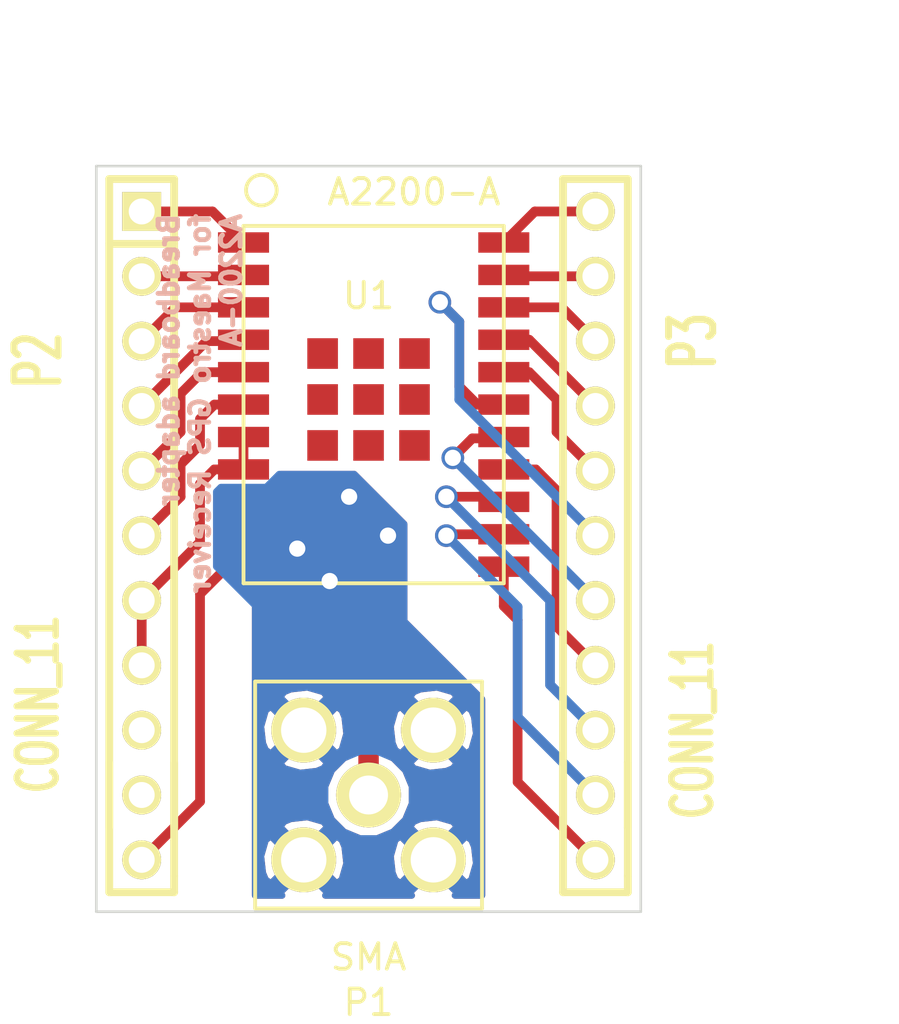
<source format=kicad_pcb>
(kicad_pcb (version 3) (host pcbnew "(2013-07-07 BZR 4022)-stable")

  (general
    (links 26)
    (no_connects 1)
    (area 20.406179 14.930001 65.709714 54.804)
    (thickness 1.6)
    (drawings 8)
    (tracks 83)
    (zones 0)
    (modules 4)
    (nets 22)
  )

  (page USLetter)
  (title_block 
    (title "Breadboard Adapter for A2200-A GPS Receiver")
    (rev 1)
  )

  (layers
    (15 F.Cu signal)
    (0 B.Cu signal)
    (16 B.Adhes user)
    (17 F.Adhes user)
    (18 B.Paste user)
    (19 F.Paste user)
    (20 B.SilkS user)
    (21 F.SilkS user)
    (22 B.Mask user)
    (23 F.Mask user)
    (24 Dwgs.User user)
    (25 Cmts.User user)
    (26 Eco1.User user)
    (27 Eco2.User user)
    (28 Edge.Cuts user)
  )

  (setup
    (last_trace_width 0.381)
    (user_trace_width 2.88)
    (user_trace_width 3)
    (trace_clearance 0.3556)
    (zone_clearance 0.3048)
    (zone_45_only yes)
    (trace_min 0.01)
    (segment_width 0.2)
    (edge_width 0.1)
    (via_size 0.889)
    (via_drill 0.635)
    (via_min_size 0.5)
    (via_min_drill 0.508)
    (uvia_size 0.508)
    (uvia_drill 0.127)
    (uvias_allowed no)
    (uvia_min_size 0.4)
    (uvia_min_drill 0.127)
    (pcb_text_width 0.3)
    (pcb_text_size 1.5 1.5)
    (mod_edge_width 0.15)
    (mod_text_size 1 1)
    (mod_text_width 0.15)
    (pad_size 1.524 1.524)
    (pad_drill 1.016)
    (pad_to_mask_clearance 0)
    (aux_axis_origin 30.48 20.32)
    (visible_elements 7FFE7FFF)
    (pcbplotparams
      (layerselection 3178497)
      (usegerberextensions true)
      (excludeedgelayer true)
      (linewidth 0.150000)
      (plotframeref false)
      (viasonmask false)
      (mode 1)
      (useauxorigin false)
      (hpglpennumber 1)
      (hpglpenspeed 20)
      (hpglpendiameter 15)
      (hpglpenoverlay 2)
      (psnegative false)
      (psa4output false)
      (plotreference true)
      (plotvalue true)
      (plotothertext true)
      (plotinvisibletext false)
      (padsonsilk false)
      (subtractmaskfromsilk false)
      (outputformat 1)
      (mirror false)
      (drillshape 1)
      (scaleselection 1)
      (outputdirectory ""))
  )

  (net 0 "")
  (net 1 ANT_GND)
  (net 2 ANT_IN)
  (net 3 ExtInt)
  (net 4 "ExtInt/GPIO 8")
  (net 5 GND)
  (net 6 "GPIO 3")
  (net 7 "GPIO 6")
  (net 8 "GPIO 7")
  (net 9 GPIO2)
  (net 10 I2C_CLK)
  (net 11 "I2C_DI 0")
  (net 12 NC)
  (net 13 ON/OFF)
  (net 14 "RX 0")
  (net 15 "TM/GPIO 5")
  (net 16 "TX 0")
  (net 17 VANT)
  (net 18 Vcc3.3V)
  (net 19 Vout)
  (net 20 WAKEUP)
  (net 21 nRST)

  (net_class Default "This is the default net class."
    (clearance 0.3556)
    (trace_width 0.381)
    (via_dia 0.889)
    (via_drill 0.635)
    (uvia_dia 0.508)
    (uvia_drill 0.127)
    (add_net "")
    (add_net ANT_IN)
    (add_net ExtInt)
    (add_net "ExtInt/GPIO 8")
    (add_net GND)
    (add_net "GPIO 3")
    (add_net "GPIO 6")
    (add_net "GPIO 7")
    (add_net GPIO2)
    (add_net I2C_CLK)
    (add_net "I2C_DI 0")
    (add_net NC)
    (add_net ON/OFF)
    (add_net "RX 0")
    (add_net "TM/GPIO 5")
    (add_net "TX 0")
    (add_net Vcc3.3V)
    (add_net Vout)
    (add_net WAKEUP)
    (add_net nRST)
  )

  (net_class ANT_GND ""
    (clearance 0.2032)
    (trace_width 3.048)
    (via_dia 0.889)
    (via_drill 0.635)
    (uvia_dia 0.508)
    (uvia_drill 0.127)
  )

  (net_class VANT ""
    (clearance 0.2032)
    (trace_width 0.8)
    (via_dia 0.889)
    (via_drill 0.635)
    (uvia_dia 0.508)
    (uvia_drill 0.127)
    (add_net VANT)
  )

  (net_class temp ""
    (clearance 0.381)
    (trace_width 0.381)
    (via_dia 0.889)
    (via_drill 0.635)
    (uvia_dia 0.508)
    (uvia_drill 0.127)
    (add_net ANT_GND)
  )

  (module SIL-11 (layer F.Cu) (tedit 5318695F) (tstamp 53182113)
    (at 50.8 35.56 270)
    (descr "Connecteur 11 pins")
    (tags "CONN DEV")
    (path /53181C3F)
    (fp_text reference P3 (at -7.62 -3.81 270) (layer F.SilkS)
      (effects (font (size 1.72974 1.08712) (thickness 0.27178)))
    )
    (fp_text value CONN_11 (at 7.62 -3.81 270) (layer F.SilkS)
      (effects (font (size 1.524 1.016) (thickness 0.3048)))
    )
    (fp_line (start -13.97 1.27) (end -13.97 1.27) (layer F.SilkS) (width 0.3048))
    (fp_line (start -13.97 1.27) (end -13.97 -1.27) (layer F.SilkS) (width 0.3048))
    (fp_line (start -13.97 -1.27) (end 11.43 -1.27) (layer F.SilkS) (width 0.3048))
    (fp_line (start 11.43 1.27) (end -13.97 1.27) (layer F.SilkS) (width 0.3048))
    (fp_line (start 8.89 -1.27) (end 13.335 -1.27) (layer F.SilkS) (width 0.3048))
    (fp_line (start 13.335 -1.27) (end 13.97 -1.27) (layer F.SilkS) (width 0.3048))
    (fp_line (start 13.97 -1.27) (end 13.97 1.27) (layer F.SilkS) (width 0.3048))
    (fp_line (start 13.97 1.27) (end 8.89 1.27) (layer F.SilkS) (width 0.3048))
    (pad 1 thru_hole circle (at -12.7 0 270) (size 1.524 1.524) (drill 1.016)
      (layers *.Cu *.Mask F.SilkS)
      (net 21 nRST)
    )
    (pad 2 thru_hole circle (at -10.16 0 270) (size 1.524 1.524) (drill 1.016)
      (layers *.Cu *.Mask F.SilkS)
      (net 12 NC)
    )
    (pad 3 thru_hole circle (at -7.62 0 270) (size 1.524 1.524) (drill 1.016)
      (layers *.Cu *.Mask F.SilkS)
      (net 18 Vcc3.3V)
    )
    (pad 4 thru_hole circle (at -5.08 0 270) (size 1.524 1.524) (drill 1.016)
      (layers *.Cu *.Mask F.SilkS)
      (net 20 WAKEUP)
    )
    (pad 5 thru_hole circle (at -2.54 0 270) (size 1.524 1.524) (drill 1.016)
      (layers *.Cu *.Mask F.SilkS)
      (net 8 "GPIO 7")
    )
    (pad 6 thru_hole circle (at 0 0 270) (size 1.524 1.524) (drill 1.016)
      (layers *.Cu *.Mask F.SilkS)
      (net 7 "GPIO 6")
    )
    (pad 7 thru_hole circle (at 2.54 0 270) (size 1.524 1.524) (drill 1.016)
      (layers *.Cu *.Mask F.SilkS)
      (net 11 "I2C_DI 0")
    )
    (pad 8 thru_hole circle (at 5.08 0 270) (size 1.524 1.524) (drill 1.016)
      (layers *.Cu *.Mask F.SilkS)
      (net 10 I2C_CLK)
    )
    (pad 9 thru_hole circle (at 7.62 0 270) (size 1.524 1.524) (drill 1.016)
      (layers *.Cu *.Mask F.SilkS)
      (net 15 "TM/GPIO 5")
    )
    (pad 10 thru_hole circle (at 10.16 0 270) (size 1.524 1.524) (drill 1.016)
      (layers *.Cu *.Mask F.SilkS)
      (net 3 ExtInt)
    )
    (pad 11 thru_hole circle (at 12.7 0 270) (size 1.524 1.524) (drill 1.016)
      (layers *.Cu *.Mask F.SilkS)
      (net 6 "GPIO 3")
    )
  )

  (module SIL-11 (layer F.Cu) (tedit 53186939) (tstamp 531820FB)
    (at 33.02 35.56 270)
    (descr "Connecteur 11 pins")
    (tags "CONN DEV")
    (path /531811A6)
    (fp_text reference P2 (at -6.858 4.064 270) (layer F.SilkS)
      (effects (font (size 1.72974 1.08712) (thickness 0.27178)))
    )
    (fp_text value CONN_11 (at 6.604 4.064 270) (layer F.SilkS)
      (effects (font (size 1.524 1.016) (thickness 0.3048)))
    )
    (fp_line (start -13.97 1.27) (end -13.97 1.27) (layer F.SilkS) (width 0.3048))
    (fp_line (start -13.97 1.27) (end -13.97 -1.27) (layer F.SilkS) (width 0.3048))
    (fp_line (start -13.97 -1.27) (end 11.43 -1.27) (layer F.SilkS) (width 0.3048))
    (fp_line (start 11.43 1.27) (end -13.97 1.27) (layer F.SilkS) (width 0.3048))
    (fp_line (start -11.43 1.27) (end -11.43 -1.27) (layer F.SilkS) (width 0.3048))
    (fp_line (start 8.89 -1.27) (end 13.335 -1.27) (layer F.SilkS) (width 0.3048))
    (fp_line (start 13.335 -1.27) (end 13.97 -1.27) (layer F.SilkS) (width 0.3048))
    (fp_line (start 13.97 -1.27) (end 13.97 1.27) (layer F.SilkS) (width 0.3048))
    (fp_line (start 13.97 1.27) (end 8.89 1.27) (layer F.SilkS) (width 0.3048))
    (pad 1 thru_hole rect (at -12.7 0 270) (size 1.524 1.524) (drill 1.016)
      (layers *.Cu *.Mask F.SilkS)
      (net 9 GPIO2)
    )
    (pad 2 thru_hole circle (at -10.16 0 270) (size 1.524 1.524) (drill 1.016)
      (layers *.Cu *.Mask F.SilkS)
      (net 19 Vout)
    )
    (pad 3 thru_hole circle (at -7.62 0 270) (size 1.524 1.524) (drill 1.016)
      (layers *.Cu *.Mask F.SilkS)
      (net 16 "TX 0")
    )
    (pad 4 thru_hole circle (at -5.08 0 270) (size 1.524 1.524) (drill 1.016)
      (layers *.Cu *.Mask F.SilkS)
      (net 14 "RX 0")
    )
    (pad 5 thru_hole circle (at -2.54 0 270) (size 1.524 1.524) (drill 1.016)
      (layers *.Cu *.Mask F.SilkS)
      (net 4 "ExtInt/GPIO 8")
    )
    (pad 6 thru_hole circle (at 0 0 270) (size 1.524 1.524) (drill 1.016)
      (layers *.Cu *.Mask F.SilkS)
      (net 13 ON/OFF)
    )
    (pad 7 thru_hole circle (at 2.54 0 270) (size 1.524 1.524) (drill 1.016)
      (layers *.Cu *.Mask F.SilkS)
      (net 5 GND)
    )
    (pad 8 thru_hole circle (at 5.08 0 270) (size 1.524 1.524) (drill 1.016)
      (layers *.Cu *.Mask F.SilkS)
      (net 5 GND)
    )
    (pad 9 thru_hole circle (at 7.62 0 270) (size 1.524 1.524) (drill 1.016)
      (layers *.Cu *.Mask F.SilkS)
    )
    (pad 10 thru_hole circle (at 10.16 0 270) (size 1.524 1.524) (drill 1.016)
      (layers *.Cu *.Mask F.SilkS)
    )
    (pad 11 thru_hole circle (at 12.7 0 270) (size 1.524 1.524) (drill 1.016)
      (layers *.Cu *.Mask F.SilkS)
      (net 2 ANT_IN)
    )
  )

  (module A2200-A (layer F.Cu) (tedit 5318520E) (tstamp 53183B39)
    (at 41.91 30.226)
    (tags "GPS Receiver A2200-A")
    (path /53181C63)
    (fp_text reference U1 (at 0 -4.064) (layer F.SilkS)
      (effects (font (size 1 1) (thickness 0.15)))
    )
    (fp_text value A2200-A (at 1.778 -8.128) (layer F.SilkS)
      (effects (font (size 1 1) (thickness 0.15)))
    )
    (fp_circle (center -4.2 -8.2) (end -4.8 -8.2) (layer F.SilkS) (width 0.15))
    (fp_line (start 5.3 -6.8) (end 5.3 7.2) (layer F.SilkS) (width 0.15))
    (fp_line (start -4.9 -6.8) (end 5.3 -6.8) (layer F.SilkS) (width 0.15))
    (fp_line (start -4.9 -6.8) (end -4.9 7.2) (layer F.SilkS) (width 0.15))
    (fp_line (start -4.9 7.2) (end 5.3 7.2) (layer F.SilkS) (width 0.15))
    (pad 1 smd rect (at -4.9 -6.15) (size 2 0.8)
      (layers F.Cu F.Paste F.Mask)
      (net 9 GPIO2)
    )
    (pad 2 smd rect (at -4.9 -4.88) (size 2 0.8)
      (layers F.Cu F.Paste F.Mask)
      (net 19 Vout)
    )
    (pad 3 smd rect (at -4.9 -3.61) (size 2 0.8)
      (layers F.Cu F.Paste F.Mask)
      (net 16 "TX 0")
    )
    (pad 4 smd rect (at -4.9 -2.34) (size 2 0.8)
      (layers F.Cu F.Paste F.Mask)
      (net 14 "RX 0")
    )
    (pad 5 smd rect (at -4.9 -1.07) (size 2 0.8)
      (layers F.Cu F.Paste F.Mask)
      (net 4 "ExtInt/GPIO 8")
    )
    (pad 6 smd rect (at -4.9 0.2) (size 2 0.8)
      (layers F.Cu F.Paste F.Mask)
      (net 13 ON/OFF)
    )
    (pad 7 smd rect (at -4.9 1.47) (size 2 0.8)
      (layers F.Cu F.Paste F.Mask)
      (net 5 GND)
    )
    (pad 8 smd rect (at -4.9 2.74) (size 2 0.8)
      (layers F.Cu F.Paste F.Mask)
      (net 5 GND)
    )
    (pad 9 smd rect (at -4.9 4.01) (size 2 0.8)
      (layers F.Cu F.Paste F.Mask)
      (net 17 VANT)
    )
    (pad 10 smd rect (at -4.9 5.28) (size 2 0.8)
      (layers F.Cu F.Paste F.Mask)
      (net 1 ANT_GND)
    )
    (pad 11 smd rect (at -4.9 6.55) (size 2 0.8)
      (layers F.Cu F.Paste F.Mask)
      (net 2 ANT_IN)
    )
    (pad 12 smd rect (at 5.3 6.55) (size 2 0.8)
      (layers F.Cu F.Paste F.Mask)
      (net 6 "GPIO 3")
    )
    (pad 13 smd rect (at 5.3 5.28) (size 2 0.8)
      (layers F.Cu F.Paste F.Mask)
      (net 3 ExtInt)
    )
    (pad 14 smd rect (at 5.3 4.01) (size 2 0.8)
      (layers F.Cu F.Paste F.Mask)
      (net 15 "TM/GPIO 5")
    )
    (pad 15 smd rect (at 5.3 2.74) (size 2 0.8)
      (layers F.Cu F.Paste F.Mask)
      (net 10 I2C_CLK)
    )
    (pad 16 smd rect (at 5.3 1.47) (size 2 0.8)
      (layers F.Cu F.Paste F.Mask)
      (net 11 "I2C_DI 0")
    )
    (pad 17 smd rect (at 5.3 0.2) (size 2 0.8)
      (layers F.Cu F.Paste F.Mask)
      (net 7 "GPIO 6")
    )
    (pad 18 smd rect (at 5.3 -1.07) (size 2 0.8)
      (layers F.Cu F.Paste F.Mask)
      (net 8 "GPIO 7")
    )
    (pad 19 smd rect (at 5.3 -2.34) (size 2 0.8)
      (layers F.Cu F.Paste F.Mask)
      (net 20 WAKEUP)
    )
    (pad 20 smd rect (at 5.3 -3.61) (size 2 0.8)
      (layers F.Cu F.Paste F.Mask)
      (net 18 Vcc3.3V)
    )
    (pad 21 smd rect (at 5.3 -4.88) (size 2 0.8)
      (layers F.Cu F.Paste F.Mask)
      (net 12 NC)
    )
    (pad 22 smd rect (at 5.3 -6.15) (size 2 0.8)
      (layers F.Cu F.Paste F.Mask)
      (net 21 nRST)
    )
    (pad 23 smd rect (at -1.8 -1.8) (size 1.2 1.2)
      (layers F.Cu F.Paste F.Mask)
    )
    (pad 24 smd rect (at -1.8 0) (size 1.2 1.2)
      (layers F.Cu F.Paste F.Mask)
    )
    (pad 25 smd rect (at -1.8 1.8) (size 1.2 1.2)
      (layers F.Cu F.Paste F.Mask)
    )
    (pad 26 smd rect (at 0 -1.8) (size 1.2 1.2)
      (layers F.Cu F.Paste F.Mask)
    )
    (pad 27 smd rect (at 0 0) (size 1.2 1.2)
      (layers F.Cu F.Paste F.Mask)
    )
    (pad 29 smd rect (at 0 1.8) (size 1.2 1.2)
      (layers F.Cu F.Paste F.Mask)
    )
    (pad 30 smd rect (at 1.8 -1.8) (size 1.2 1.2)
      (layers F.Cu F.Paste F.Mask)
    )
    (pad 31 smd rect (at 1.8 0) (size 1.2 1.2)
      (layers F.Cu F.Paste F.Mask)
    )
    (pad 32 smd rect (at 1.8 1.8) (size 1.2 1.2)
      (layers F.Cu F.Paste F.Mask)
    )
  )

  (module SMA_Vertical (layer F.Cu) (tedit 531852B1) (tstamp 53183203)
    (at 41.91 45.72)
    (tags "Amphenol Connex 132134")
    (path /53181CF3)
    (fp_text reference P1 (at 0 8.128) (layer F.SilkS)
      (effects (font (size 1 1) (thickness 0.15)))
    )
    (fp_text value SMA (at 0 6.35) (layer F.SilkS)
      (effects (font (size 1 1) (thickness 0.15)))
    )
    (fp_line (start -4.445 -4.445) (end -4.445 4.445) (layer F.SilkS) (width 0.15))
    (fp_line (start -4.445 4.445) (end 4.445 4.445) (layer F.SilkS) (width 0.15))
    (fp_line (start 4.445 4.445) (end 4.445 -4.445) (layer F.SilkS) (width 0.15))
    (fp_line (start 4.445 -4.445) (end -4.445 -4.445) (layer F.SilkS) (width 0.15))
    (pad 1 thru_hole circle (at 0 0) (size 2.54 2.54) (drill 1.524)
      (layers *.Cu *.Mask F.SilkS)
      (net 17 VANT)
    )
    (pad 2 thru_hole circle (at -2.54 -2.54) (size 2.54 2.54) (drill 1.778)
      (layers *.Cu *.Mask F.SilkS)
      (net 1 ANT_GND)
    )
    (pad 2 thru_hole circle (at 2.54 -2.54) (size 2.54 2.54) (drill 1.778)
      (layers *.Cu *.Mask F.SilkS)
      (net 1 ANT_GND)
    )
    (pad 2 thru_hole circle (at 2.54 2.54) (size 2.54 2.54) (drill 1.778)
      (layers *.Cu *.Mask F.SilkS)
      (net 1 ANT_GND)
    )
    (pad 2 thru_hole circle (at -2.54 2.54) (size 2.54 2.54) (drill 1.778)
      (layers *.Cu *.Mask F.SilkS)
      (net 1 ANT_GND)
    )
  )

  (dimension 25.4 (width 0.3) (layer Cmts.User)
    (gr_text "1.0000 in" (at 60.023999 35.56 270) (layer Cmts.User)
      (effects (font (size 1.5 1.5) (thickness 0.3)))
    )
    (feature1 (pts (xy 50.8 48.26) (xy 61.373999 48.26)))
    (feature2 (pts (xy 50.8 22.86) (xy 61.373999 22.86)))
    (crossbar (pts (xy 58.673999 22.86) (xy 58.673999 48.26)))
    (arrow1a (pts (xy 58.673999 48.26) (xy 58.087579 47.133497)))
    (arrow1b (pts (xy 58.673999 48.26) (xy 59.260419 47.133497)))
    (arrow2a (pts (xy 58.673999 22.86) (xy 58.087579 23.986503)))
    (arrow2b (pts (xy 58.673999 22.86) (xy 59.260419 23.986503)))
  )
  (dimension 17.78 (width 0.3) (layer Cmts.User)
    (gr_text "0.7000 in" (at 41.91 16.430001) (layer Cmts.User)
      (effects (font (size 1.5 1.5) (thickness 0.3)))
    )
    (feature1 (pts (xy 50.8 22.86) (xy 50.8 15.080001)))
    (feature2 (pts (xy 33.02 22.86) (xy 33.02 15.080001)))
    (crossbar (pts (xy 33.02 17.780001) (xy 50.8 17.780001)))
    (arrow1a (pts (xy 50.8 17.780001) (xy 49.673497 18.366421)))
    (arrow1b (pts (xy 50.8 17.780001) (xy 49.673497 17.193581)))
    (arrow2a (pts (xy 33.02 17.780001) (xy 34.146503 18.366421)))
    (arrow2b (pts (xy 33.02 17.780001) (xy 34.146503 17.193581)))
  )
  (gr_text "Breadboard adapter\nfor Maestro GPS Receiver\nA2200-A" (at 35.306 22.86 90) (layer B.SilkS)
    (effects (font (size 0.762 0.762) (thickness 0.1905)) (justify left mirror))
  )
  (gr_text A2200-A (at 43.688 22.098) (layer F.SilkS)
    (effects (font (size 1 1) (thickness 0.15)))
  )
  (gr_line (start 52.578 21.082) (end 31.242 21.082) (angle 90) (layer Edge.Cuts) (width 0.1))
  (gr_line (start 52.578 50.292) (end 31.242 50.292) (angle 90) (layer Edge.Cuts) (width 0.1))
  (gr_line (start 52.578 21.082) (end 52.578 50.292) (angle 90) (layer Edge.Cuts) (width 0.1))
  (gr_line (start 31.242 50.292) (end 31.242 21.082) (angle 90) (layer Edge.Cuts) (width 0.1))

  (via (at 40.386 37.338) (size 0.889) (layers F.Cu B.Cu) (net 1))
  (via (at 42.672 35.56) (size 0.889) (layers F.Cu B.Cu) (net 1))
  (via (at 41.148 34.036) (size 0.889) (layers F.Cu B.Cu) (net 1))
  (via (at 39.116 36.068) (size 0.889) (layers F.Cu B.Cu) (net 1))
  (segment (start 33.02 48.26) (end 35.306 45.974) (width 0.381) (layer F.Cu) (net 2))
  (segment (start 36.376 36.776) (end 37.01 36.776) (width 0.381) (layer F.Cu) (net 2) (tstamp 53185836))
  (segment (start 35.306 37.846) (end 36.376 36.776) (width 0.381) (layer F.Cu) (net 2) (tstamp 53185829))
  (segment (start 35.306 45.974) (end 35.306 37.846) (width 0.381) (layer F.Cu) (net 2) (tstamp 53185820))
  (segment (start 50.8 45.72) (end 47.752 42.672) (width 0.381) (layer B.Cu) (net 3))
  (segment (start 45.012 35.506) (end 47.21 35.506) (width 0.381) (layer F.Cu) (net 3) (tstamp 531858E4) (status 800000))
  (segment (start 44.958 35.56) (end 45.012 35.506) (width 0.381) (layer F.Cu) (net 3) (tstamp 531858E3))
  (via (at 44.958 35.56) (size 0.889) (layers F.Cu B.Cu) (net 3))
  (segment (start 47.752 38.354) (end 44.958 35.56) (width 0.381) (layer B.Cu) (net 3) (tstamp 531858DB))
  (segment (start 47.752 42.672) (end 47.752 38.354) (width 0.381) (layer B.Cu) (net 3) (tstamp 531858D3))
  (segment (start 37.01 29.156) (end 35.385712 29.156) (width 0.381) (layer F.Cu) (net 4))
  (segment (start 34.544 31.496) (end 33.02 33.02) (width 0.381) (layer F.Cu) (net 4) (tstamp 53186B59))
  (segment (start 34.544 29.997712) (end 34.544 31.496) (width 0.381) (layer F.Cu) (net 4) (tstamp 53186B51))
  (segment (start 35.385712 29.156) (end 34.544 29.997712) (width 0.381) (layer F.Cu) (net 4) (tstamp 53186B4E))
  (segment (start 37.01 32.966) (end 37.01 31.696) (width 0.381) (layer F.Cu) (net 5))
  (segment (start 33.02 40.64) (end 33.02 38.1) (width 0.381) (layer F.Cu) (net 5))
  (segment (start 33.02 38.1) (end 35.306 35.813998) (width 0.381) (layer F.Cu) (net 5) (tstamp 53185804))
  (segment (start 35.306 35.813998) (end 35.306 33.527998) (width 0.381) (layer F.Cu) (net 5) (tstamp 53185805))
  (segment (start 35.306 33.527998) (end 35.868 32.966) (width 0.381) (layer F.Cu) (net 5) (tstamp 5318580C))
  (segment (start 35.868 32.966) (end 37.01 32.966) (width 0.381) (layer F.Cu) (net 5) (tstamp 5318580E))
  (segment (start 47.21 36.776) (end 47.21 38.32) (width 0.381) (layer F.Cu) (net 6))
  (segment (start 47.752 45.212) (end 50.8 48.26) (width 0.381) (layer F.Cu) (net 6) (tstamp 53185894))
  (segment (start 47.752 38.862) (end 47.752 45.212) (width 0.381) (layer F.Cu) (net 6) (tstamp 53185890))
  (segment (start 47.21 38.32) (end 47.752 38.862) (width 0.381) (layer F.Cu) (net 6) (tstamp 5318588C))
  (segment (start 50.8 35.56) (end 45.466 30.226) (width 0.381) (layer B.Cu) (net 7))
  (segment (start 46.174 30.426) (end 47.21 30.426) (width 0.381) (layer F.Cu) (net 7) (tstamp 531859FF))
  (segment (start 45.466 29.718) (end 46.174 30.426) (width 0.381) (layer F.Cu) (net 7) (tstamp 531859FD))
  (segment (start 45.466 27.178) (end 45.466 29.718) (width 0.381) (layer F.Cu) (net 7) (tstamp 531859FC))
  (segment (start 44.704 26.416) (end 45.466 27.178) (width 0.381) (layer F.Cu) (net 7) (tstamp 531859FB))
  (via (at 44.704 26.416) (size 0.889) (layers F.Cu B.Cu) (net 7))
  (segment (start 45.466 27.178) (end 44.704 26.416) (width 0.381) (layer B.Cu) (net 7) (tstamp 531859F6))
  (segment (start 45.466 30.226) (end 45.466 27.178) (width 0.381) (layer B.Cu) (net 7) (tstamp 531859E5))
  (segment (start 47.21 29.156) (end 48.206 29.156) (width 0.381) (layer F.Cu) (net 8))
  (segment (start 49.276 31.496) (end 50.8 33.02) (width 0.381) (layer F.Cu) (net 8) (tstamp 53185868))
  (segment (start 49.276 30.226) (end 49.276 31.496) (width 0.381) (layer F.Cu) (net 8) (tstamp 53185866))
  (segment (start 48.206 29.156) (end 49.276 30.226) (width 0.381) (layer F.Cu) (net 8) (tstamp 53185859))
  (segment (start 33.02 22.86) (end 35.794 22.86) (width 0.381) (layer F.Cu) (net 9))
  (segment (start 35.794 22.86) (end 37.01 24.076) (width 0.381) (layer F.Cu) (net 9) (tstamp 53186B78))
  (segment (start 49.276 38.1) (end 49.276 33.782) (width 0.381) (layer F.Cu) (net 10))
  (segment (start 49.276 39.116) (end 49.276 38.1) (width 0.381) (layer F.Cu) (net 10) (tstamp 5318591C))
  (segment (start 50.8 40.64) (end 49.276 39.116) (width 0.381) (layer F.Cu) (net 10))
  (segment (start 48.46 32.966) (end 47.21 32.966) (width 0.381) (layer F.Cu) (net 10) (tstamp 53185938))
  (segment (start 49.276 33.782) (end 48.46 32.966) (width 0.381) (layer F.Cu) (net 10) (tstamp 53185935))
  (segment (start 50.8 38.1) (end 45.212 32.512) (width 0.381) (layer B.Cu) (net 11))
  (segment (start 47.156 31.75) (end 47.21 31.696) (width 0.381) (layer F.Cu) (net 11) (tstamp 531859D3))
  (segment (start 45.974 31.75) (end 47.156 31.75) (width 0.381) (layer F.Cu) (net 11) (tstamp 531859CD))
  (segment (start 45.212 32.512) (end 45.974 31.75) (width 0.381) (layer F.Cu) (net 11) (tstamp 531859CC))
  (via (at 45.212 32.512) (size 0.889) (layers F.Cu B.Cu) (net 11))
  (segment (start 50.8 25.4) (end 47.264 25.4) (width 0.381) (layer F.Cu) (net 12))
  (segment (start 47.264 25.4) (end 47.21 25.346) (width 0.381) (layer F.Cu) (net 12) (tstamp 53185A0A))
  (segment (start 50.746 25.346) (end 50.8 25.4) (width 0.381) (layer F.Cu) (net 12) (tstamp 5318584F))
  (segment (start 37.01 30.426) (end 35.868 30.426) (width 0.381) (layer F.Cu) (net 13))
  (segment (start 34.544 34.036) (end 33.02 35.56) (width 0.381) (layer F.Cu) (net 13) (tstamp 53186B6A))
  (segment (start 34.544 32.766) (end 34.544 34.036) (width 0.381) (layer F.Cu) (net 13) (tstamp 53186B68))
  (segment (start 35.306 32.004) (end 34.544 32.766) (width 0.381) (layer F.Cu) (net 13) (tstamp 53186B66))
  (segment (start 35.306 30.988) (end 35.306 32.004) (width 0.381) (layer F.Cu) (net 13) (tstamp 53186B65))
  (segment (start 35.868 30.426) (end 35.306 30.988) (width 0.381) (layer F.Cu) (net 13) (tstamp 53186B5E))
  (segment (start 33.02 30.48) (end 35.56 27.94) (width 0.381) (layer F.Cu) (net 14))
  (segment (start 35.56 27.94) (end 36.956 27.94) (width 0.381) (layer F.Cu) (net 14) (tstamp 53186A29))
  (segment (start 36.956 27.94) (end 37.01 27.886) (width 0.381) (layer F.Cu) (net 14) (tstamp 53186A2E))
  (segment (start 44.958 34.036) (end 47.01 34.036) (width 0.381) (layer F.Cu) (net 15))
  (segment (start 47.01 34.036) (end 47.21 34.236) (width 0.381) (layer F.Cu) (net 15) (tstamp 53187D99))
  (segment (start 50.8 43.18) (end 49.022 41.402) (width 0.381) (layer B.Cu) (net 15))
  (via (at 44.958 34.036) (size 0.889) (layers F.Cu B.Cu) (net 15))
  (segment (start 49.022 38.1) (end 44.958 34.036) (width 0.381) (layer B.Cu) (net 15) (tstamp 531858F0))
  (segment (start 49.022 41.402) (end 49.022 38.1) (width 0.381) (layer B.Cu) (net 15) (tstamp 531858ED))
  (segment (start 37.01 26.616) (end 34.344 26.616) (width 0.381) (layer F.Cu) (net 16))
  (segment (start 34.344 26.616) (end 33.02 27.94) (width 0.381) (layer F.Cu) (net 16) (tstamp 53186B85))
  (segment (start 41.91 45.72) (end 41.91 36.83) (width 0.8) (layer F.Cu) (net 17))
  (segment (start 39.316 34.236) (end 37.01 34.236) (width 0.8) (layer F.Cu) (net 17) (tstamp 5319A00C))
  (segment (start 41.91 36.83) (end 39.316 34.236) (width 0.8) (layer F.Cu) (net 17) (tstamp 5319A00A))
  (segment (start 47.21 26.616) (end 49.476 26.616) (width 0.381) (layer F.Cu) (net 18))
  (segment (start 49.476 26.616) (end 50.8 27.94) (width 0.381) (layer F.Cu) (net 18) (tstamp 53185852))
  (segment (start 33.02 25.4) (end 36.956 25.4) (width 0.381) (layer F.Cu) (net 19))
  (segment (start 36.956 25.4) (end 37.01 25.346) (width 0.381) (layer F.Cu) (net 19) (tstamp 53186B75))
  (segment (start 47.21 27.886) (end 48.206 27.886) (width 0.381) (layer F.Cu) (net 20))
  (segment (start 48.206 27.886) (end 50.8 30.48) (width 0.381) (layer F.Cu) (net 20) (tstamp 53185855))
  (segment (start 50.8 22.86) (end 48.426 22.86) (width 0.381) (layer F.Cu) (net 21))
  (segment (start 48.426 22.86) (end 47.21 24.076) (width 0.381) (layer F.Cu) (net 21) (tstamp 53185A14))

  (zone (net 1) (net_name ANT_GND) (layer F.Cu) (tstamp 53186002) (hatch edge 0.508)
    (connect_pads thru_hole_only (clearance 0.3048))
    (min_thickness 0.254)
    (fill (arc_segments 16) (thermal_gap 0.254) (thermal_bridge_width 0.762) (smoothing chamfer))
    (polygon
      (pts
        (xy 46.482 49.784) (xy 37.338 49.784) (xy 37.338 38.354) (xy 37.338 33.02) (xy 41.402 33.02)
        (xy 43.434 35.052) (xy 43.434 38.862) (xy 46.482 41.91)
      )
    )
    (filled_polygon
      (pts
        (xy 46.355 49.657) (xy 46.127387 49.657) (xy 46.127387 48.401488) (xy 46.127387 43.321488) (xy 46.053849 42.668809)
        (xy 45.945559 42.407374) (xy 45.738102 42.251108) (xy 45.378892 42.610318) (xy 45.378892 41.891898) (xy 45.222626 41.684441)
        (xy 44.591488 41.502613) (xy 43.938809 41.576151) (xy 43.677374 41.684441) (xy 43.521108 41.891898) (xy 44.45 42.82079)
        (xy 45.378892 41.891898) (xy 45.378892 42.610318) (xy 44.80921 43.18) (xy 45.738102 44.108892) (xy 45.945559 43.952626)
        (xy 46.127387 43.321488) (xy 46.127387 48.401488) (xy 46.053849 47.748809) (xy 45.945559 47.487374) (xy 45.738102 47.331108)
        (xy 45.378892 47.690318) (xy 45.378892 46.971898) (xy 45.378892 44.468102) (xy 44.45 43.53921) (xy 44.09079 43.89842)
        (xy 44.09079 43.18) (xy 43.161898 42.251108) (xy 42.954441 42.407374) (xy 42.772613 43.038512) (xy 42.846151 43.691191)
        (xy 42.954441 43.952626) (xy 43.161898 44.108892) (xy 44.09079 43.18) (xy 44.09079 43.89842) (xy 43.521108 44.468102)
        (xy 43.677374 44.675559) (xy 44.308512 44.857387) (xy 44.961191 44.783849) (xy 45.222626 44.675559) (xy 45.378892 44.468102)
        (xy 45.378892 46.971898) (xy 45.222626 46.764441) (xy 44.591488 46.582613) (xy 43.938809 46.656151) (xy 43.677374 46.764441)
        (xy 43.521108 46.971898) (xy 44.45 47.90079) (xy 45.378892 46.971898) (xy 45.378892 47.690318) (xy 44.80921 48.26)
        (xy 45.738102 49.188892) (xy 45.945559 49.032626) (xy 46.127387 48.401488) (xy 46.127387 49.657) (xy 45.296865 49.657)
        (xy 45.378892 49.548102) (xy 44.45 48.61921) (xy 44.09079 48.97842) (xy 44.09079 48.26) (xy 43.161898 47.331108)
        (xy 42.954441 47.487374) (xy 42.772613 48.118512) (xy 42.846151 48.771191) (xy 42.954441 49.032626) (xy 43.161898 49.188892)
        (xy 44.09079 48.26) (xy 44.09079 48.97842) (xy 43.521108 49.548102) (xy 43.603134 49.657) (xy 41.047387 49.657)
        (xy 41.047387 48.401488) (xy 40.973849 47.748809) (xy 40.865559 47.487374) (xy 40.658102 47.331108) (xy 40.298892 47.690318)
        (xy 40.298892 46.971898) (xy 40.142626 46.764441) (xy 39.511488 46.582613) (xy 38.858809 46.656151) (xy 38.597374 46.764441)
        (xy 38.441108 46.971898) (xy 39.37 47.90079) (xy 40.298892 46.971898) (xy 40.298892 47.690318) (xy 39.72921 48.26)
        (xy 40.658102 49.188892) (xy 40.865559 49.032626) (xy 41.047387 48.401488) (xy 41.047387 49.657) (xy 40.216865 49.657)
        (xy 40.298892 49.548102) (xy 39.37 48.61921) (xy 39.01079 48.97842) (xy 39.01079 48.26) (xy 38.081898 47.331108)
        (xy 37.874441 47.487374) (xy 37.692613 48.118512) (xy 37.766151 48.771191) (xy 37.874441 49.032626) (xy 38.081898 49.188892)
        (xy 39.01079 48.26) (xy 39.01079 48.97842) (xy 38.441108 49.548102) (xy 38.523134 49.657) (xy 37.465 49.657)
        (xy 37.465 38.354) (xy 37.465 37.658683) (xy 38.105574 37.658683) (xy 38.283014 37.585366) (xy 38.418889 37.449727)
        (xy 38.492516 37.272416) (xy 38.492683 37.080426) (xy 38.492683 36.280426) (xy 38.419366 36.102986) (xy 38.283727 35.967111)
        (xy 38.106416 35.893484) (xy 37.914426 35.893317) (xy 37.465 35.893317) (xy 37.465 35.067874) (xy 38.095513 35.067874)
        (xy 38.095692 35.0678) (xy 38.971457 35.0678) (xy 41.0782 37.174542) (xy 41.0782 44.222342) (xy 41.047387 44.235073)
        (xy 41.047387 43.321488) (xy 40.973849 42.668809) (xy 40.865559 42.407374) (xy 40.658102 42.251108) (xy 40.298892 42.610318)
        (xy 40.298892 41.891898) (xy 40.142626 41.684441) (xy 39.511488 41.502613) (xy 38.858809 41.576151) (xy 38.597374 41.684441)
        (xy 38.441108 41.891898) (xy 39.37 42.82079) (xy 40.298892 41.891898) (xy 40.298892 42.610318) (xy 39.72921 43.18)
        (xy 40.658102 44.108892) (xy 40.865559 43.952626) (xy 41.047387 43.321488) (xy 41.047387 44.235073) (xy 40.947267 44.276443)
        (xy 40.468126 44.754749) (xy 40.298892 45.162308) (xy 40.298892 44.468102) (xy 39.37 43.53921) (xy 39.01079 43.89842)
        (xy 39.01079 43.18) (xy 38.081898 42.251108) (xy 37.874441 42.407374) (xy 37.692613 43.038512) (xy 37.766151 43.691191)
        (xy 37.874441 43.952626) (xy 38.081898 44.108892) (xy 39.01079 43.18) (xy 39.01079 43.89842) (xy 38.441108 44.468102)
        (xy 38.597374 44.675559) (xy 39.228512 44.857387) (xy 39.881191 44.783849) (xy 40.142626 44.675559) (xy 40.298892 44.468102)
        (xy 40.298892 45.162308) (xy 40.208496 45.380006) (xy 40.207905 46.057024) (xy 40.466443 46.682733) (xy 40.944749 47.161874)
        (xy 41.570006 47.421504) (xy 42.247024 47.422095) (xy 42.872733 47.163557) (xy 43.351874 46.685251) (xy 43.611504 46.059994)
        (xy 43.612095 45.382976) (xy 43.353557 44.757267) (xy 42.875251 44.278126) (xy 42.7418 44.222712) (xy 42.7418 36.83)
        (xy 42.741799 36.829999) (xy 42.678483 36.511684) (xy 42.678482 36.511683) (xy 42.618651 36.42214) (xy 42.498171 36.241829)
        (xy 42.498171 36.241828) (xy 39.904171 33.647829) (xy 39.634316 33.467517) (xy 39.316 33.4042) (xy 38.492566 33.4042)
        (xy 38.492683 33.270426) (xy 38.492683 33.147) (xy 41.349395 33.147) (xy 43.307 35.104605) (xy 43.307 38.914605)
        (xy 46.355 41.962605) (xy 46.355 49.657)
      )
    )
  )
  (zone (net 1) (net_name ANT_GND) (layer B.Cu) (tstamp 53186002) (hatch edge 0.508)
    (connect_pads thru_hole_only (clearance 0.3048))
    (min_thickness 0.254)
    (fill (arc_segments 16) (thermal_gap 0.254) (thermal_bridge_width 0.762) (smoothing chamfer))
    (polygon
      (pts
        (xy 46.482 49.784) (xy 37.338 49.784) (xy 37.338 38.354) (xy 35.814 36.83) (xy 35.814 33.782)
        (xy 36.068 33.528) (xy 37.846 33.528) (xy 38.354 33.02) (xy 41.402 33.02) (xy 43.434 35.052)
        (xy 43.434 38.862) (xy 46.482 41.91)
      )
    )
    (filled_polygon
      (pts
        (xy 46.355 49.657) (xy 46.127387 49.657) (xy 46.127387 48.401488) (xy 46.127387 43.321488) (xy 46.053849 42.668809)
        (xy 45.945559 42.407374) (xy 45.738102 42.251108) (xy 45.378892 42.610318) (xy 45.378892 41.891898) (xy 45.222626 41.684441)
        (xy 44.591488 41.502613) (xy 43.938809 41.576151) (xy 43.677374 41.684441) (xy 43.521108 41.891898) (xy 44.45 42.82079)
        (xy 45.378892 41.891898) (xy 45.378892 42.610318) (xy 44.80921 43.18) (xy 45.738102 44.108892) (xy 45.945559 43.952626)
        (xy 46.127387 43.321488) (xy 46.127387 48.401488) (xy 46.053849 47.748809) (xy 45.945559 47.487374) (xy 45.738102 47.331108)
        (xy 45.378892 47.690318) (xy 45.378892 46.971898) (xy 45.378892 44.468102) (xy 44.45 43.53921) (xy 44.09079 43.89842)
        (xy 44.09079 43.18) (xy 43.161898 42.251108) (xy 42.954441 42.407374) (xy 42.772613 43.038512) (xy 42.846151 43.691191)
        (xy 42.954441 43.952626) (xy 43.161898 44.108892) (xy 44.09079 43.18) (xy 44.09079 43.89842) (xy 43.521108 44.468102)
        (xy 43.677374 44.675559) (xy 44.308512 44.857387) (xy 44.961191 44.783849) (xy 45.222626 44.675559) (xy 45.378892 44.468102)
        (xy 45.378892 46.971898) (xy 45.222626 46.764441) (xy 44.591488 46.582613) (xy 43.938809 46.656151) (xy 43.677374 46.764441)
        (xy 43.612095 46.851104) (xy 43.612095 45.382976) (xy 43.353557 44.757267) (xy 42.875251 44.278126) (xy 42.249994 44.018496)
        (xy 41.572976 44.017905) (xy 41.047387 44.235074) (xy 41.047387 43.321488) (xy 40.973849 42.668809) (xy 40.865559 42.407374)
        (xy 40.658102 42.251108) (xy 40.298892 42.610318) (xy 40.298892 41.891898) (xy 40.142626 41.684441) (xy 39.511488 41.502613)
        (xy 38.858809 41.576151) (xy 38.597374 41.684441) (xy 38.441108 41.891898) (xy 39.37 42.82079) (xy 40.298892 41.891898)
        (xy 40.298892 42.610318) (xy 39.72921 43.18) (xy 40.658102 44.108892) (xy 40.865559 43.952626) (xy 41.047387 43.321488)
        (xy 41.047387 44.235074) (xy 40.947267 44.276443) (xy 40.468126 44.754749) (xy 40.298892 45.162308) (xy 40.298892 44.468102)
        (xy 39.37 43.53921) (xy 39.01079 43.89842) (xy 39.01079 43.18) (xy 38.081898 42.251108) (xy 37.874441 42.407374)
        (xy 37.692613 43.038512) (xy 37.766151 43.691191) (xy 37.874441 43.952626) (xy 38.081898 44.108892) (xy 39.01079 43.18)
        (xy 39.01079 43.89842) (xy 38.441108 44.468102) (xy 38.597374 44.675559) (xy 39.228512 44.857387) (xy 39.881191 44.783849)
        (xy 40.142626 44.675559) (xy 40.298892 44.468102) (xy 40.298892 45.162308) (xy 40.208496 45.380006) (xy 40.207905 46.057024)
        (xy 40.466443 46.682733) (xy 40.944749 47.161874) (xy 41.570006 47.421504) (xy 42.247024 47.422095) (xy 42.872733 47.163557)
        (xy 43.351874 46.685251) (xy 43.611504 46.059994) (xy 43.612095 45.382976) (xy 43.612095 46.851104) (xy 43.521108 46.971898)
        (xy 44.45 47.90079) (xy 45.378892 46.971898) (xy 45.378892 47.690318) (xy 44.80921 48.26) (xy 45.738102 49.188892)
        (xy 45.945559 49.032626) (xy 46.127387 48.401488) (xy 46.127387 49.657) (xy 45.296865 49.657) (xy 45.378892 49.548102)
        (xy 44.45 48.61921) (xy 44.09079 48.97842) (xy 44.09079 48.26) (xy 43.161898 47.331108) (xy 42.954441 47.487374)
        (xy 42.772613 48.118512) (xy 42.846151 48.771191) (xy 42.954441 49.032626) (xy 43.161898 49.188892) (xy 44.09079 48.26)
        (xy 44.09079 48.97842) (xy 43.521108 49.548102) (xy 43.603134 49.657) (xy 41.047387 49.657) (xy 41.047387 48.401488)
        (xy 40.973849 47.748809) (xy 40.865559 47.487374) (xy 40.658102 47.331108) (xy 40.298892 47.690318) (xy 40.298892 46.971898)
        (xy 40.142626 46.764441) (xy 39.511488 46.582613) (xy 38.858809 46.656151) (xy 38.597374 46.764441) (xy 38.441108 46.971898)
        (xy 39.37 47.90079) (xy 40.298892 46.971898) (xy 40.298892 47.690318) (xy 39.72921 48.26) (xy 40.658102 49.188892)
        (xy 40.865559 49.032626) (xy 41.047387 48.401488) (xy 41.047387 49.657) (xy 40.216865 49.657) (xy 40.298892 49.548102)
        (xy 39.37 48.61921) (xy 39.01079 48.97842) (xy 39.01079 48.26) (xy 38.081898 47.331108) (xy 37.874441 47.487374)
        (xy 37.692613 48.118512) (xy 37.766151 48.771191) (xy 37.874441 49.032626) (xy 38.081898 49.188892) (xy 39.01079 48.26)
        (xy 39.01079 48.97842) (xy 38.441108 49.548102) (xy 38.523134 49.657) (xy 37.465 49.657) (xy 37.465 38.301395)
        (xy 35.941 36.777395) (xy 35.941 33.834605) (xy 36.120605 33.655) (xy 37.898605 33.655) (xy 38.406605 33.147)
        (xy 41.349395 33.147) (xy 43.307 35.104605) (xy 43.307 38.914605) (xy 46.355 41.962605) (xy 46.355 49.657)
      )
    )
  )
)

</source>
